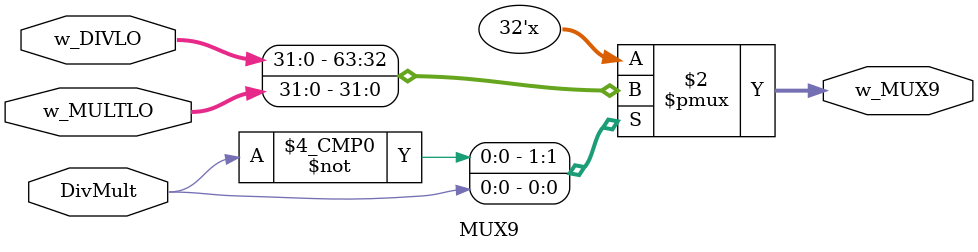
<source format=v>
module MUX9 (DivMult, w_DIVLO, w_MULTLO, w_MUX9);

	input DivMult;
	input [31:0] w_DIVLO, w_MULTLO;
	output reg[31:0] w_MUX9;

always @(*)

begin
	case (DivMult)
		1'b0: begin
			w_MUX9[31:0] <= w_DIVLO;
		end
		1'b1: begin
			w_MUX9[31:0] <= w_MULTLO;
		end
	endcase
end

endmodule
</source>
